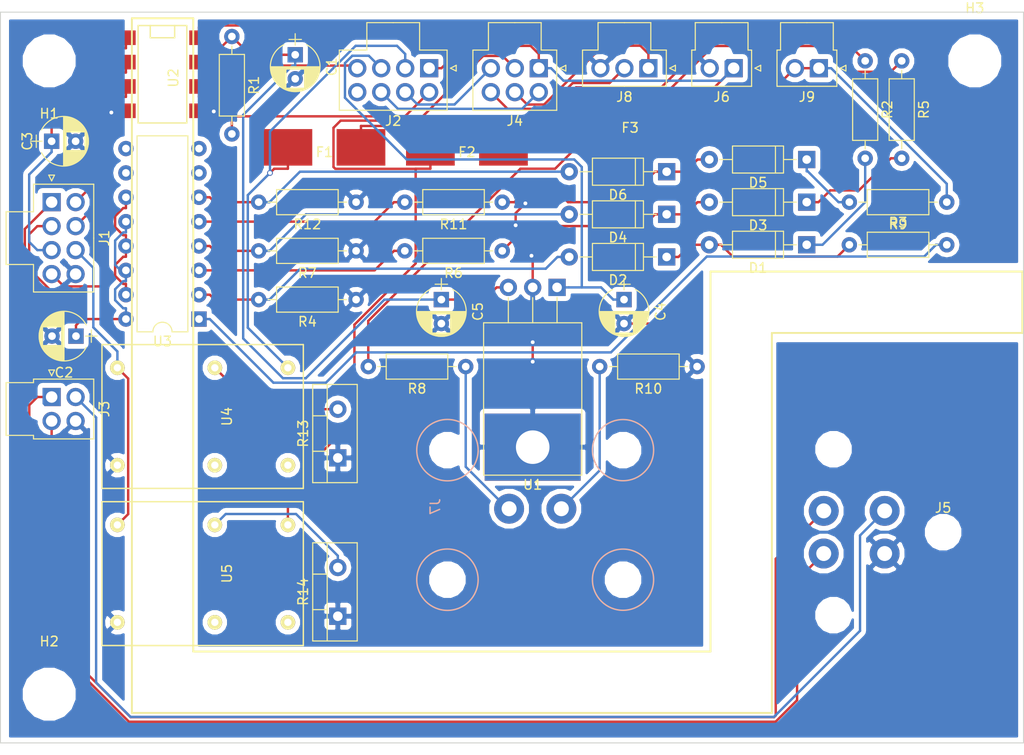
<source format=kicad_pcb>
(kicad_pcb (version 4) (host pcbnew 4.0.7)
  (layers (0 F.Cu signal) (31 B.Cu signal) (34 B.Paste user) (35 F.Paste user) (36 B.SilkS user) (37 F.SilkS user) (38 B.Mask user) (39 F.Mask user) (44 Edge.Cuts user))
  (net 0 "")
  (net 1 /5V_GLV)
  (net 2 GND)
  (net 3 /3.3V_GLV)
  (net 4 /CAN+)
  (net 5 /TS-)
  (net 6 /5V_TS)
  (net 7 "Net-(D1-Pad1)")
  (net 8 "Net-(D1-Pad2)")
  (net 9 "Net-(D2-Pad2)")
  (net 10 "Net-(D3-Pad1)")
  (net 11 "Net-(D3-Pad2)")
  (net 12 "Net-(D4-Pad2)")
  (net 13 "Net-(D5-Pad1)")
  (net 14 "Net-(D5-Pad2)")
  (net 15 "Net-(D6-Pad2)")
  (net 16 "Net-(F1-Pad2)")
  (net 17 /TS+_SWITCHED_L)
  (net 18 "Net-(F2-Pad2)")
  (net 19 /TS+_SWITCHED_R)
  (net 20 /TS+_FUSED)
  (net 21 /TS+)
  (net 22 +12V)
  (net 23 /SIG_TSAL)
  (net 24 /CAN_TX)
  (net 25 /CAN_RX)
  (net 26 /AIRS_FINAL)
  (net 27 /CAN_H_BOARD)
  (net 28 /CAN_L_BOARD)
  (net 29 /CAN_H_CONTROLLER)
  (net 30 /CAN_L_CONTROLLER)
  (net 31 /EM_SIG+)
  (net 32 /EM_SIG-)
  (net 33 /CAN_H_DEBUG)
  (net 34 /CAN_L_DEBUG)
  (net 35 "Net-(J7-Pad1)")
  (net 36 "Net-(J7-Pad2)")
  (net 37 "Net-(R13-Pad2)")
  (net 38 "Net-(R3-Pad2)")
  (net 39 "Net-(R6-Pad2)")
  (net 40 "Net-(R11-Pad2)")
  (net 41 "Net-(R14-Pad2)")
  (module Connectors_Molex:Molex_NanoFit_1x02x2.50mm_Straight (layer F.Cu) (at 196.85 57.15 180)
    (fp_text reference J6 (at 1.25 -3 180) (layer F.SilkS))
    (fp_text value "HV Cable")
    (pad 1 thru_hole rect (at 0 0 180) (size 1.9 1.9) (drill 1.2) (layers *.Cu *.Mask) (net 21 /TS+))
    (pad 2 thru_hole circle (at 2.5 0 180) (size 1.9 1.9) (drill 1.2) (layers *.Cu *.Mask) (net 5 /TS-))
    (pad "" np_thru_hole circle (at 1.25 1.34 180) (size 1.3 1.3) (drill 1.3) (layers *.Cu *.Mask))
  )
  (module TO_SOT_Packages_THT:TO-220-2_Vertical (layer F.Cu) (at 155.575 114.3 90)
    (fp_text reference R14 (at 2.54 -3.62 90) (layer F.SilkS))
    (fp_text value 1K)
    (pad 1 thru_hole rect (at 0 0 90) (size 1.8 1.8) (drill 1) (layers *.Cu *.Mask) (net 5 /TS-))
    (pad 2 thru_hole oval (at 5.08 0 90) (size 1.8 1.8) (drill 1) (layers *.Cu *.Mask) (net 41 "Net-(R14-Pad2)"))
  )
  (module TO_SOT_Packages_THT:TO-220-2_Vertical (layer F.Cu) (at 155.575 97.79 90)
    (fp_text reference R13 (at 2.54 -3.62 90) (layer F.SilkS))
    (fp_text value 1K)
    (pad 1 thru_hole rect (at 0 0 90) (size 1.8 1.8) (drill 1) (layers *.Cu *.Mask) (net 5 /TS-))
    (pad 2 thru_hole oval (at 5.08 0 90) (size 1.8 1.8) (drill 1) (layers *.Cu *.Mask) (net 37 "Net-(R13-Pad2)"))
  )
  (module "FSFootprints:SMD Fuse" (layer F.Cu) (at 154.178 65.405)
    (fp_text reference F1 (at 0 0.5) (layer F.SilkS))
    (fp_text value Fuse)
    (pad 2 smd rect (at 3.81 0) (size 5.08 3.81) (layers F.Cu F.Paste F.Mask) (net 16 "Net-(F1-Pad2)"))
    (pad 1 smd rect (at -3.81 0) (size 5.08 3.81) (layers F.Cu F.Paste F.Mask) (net 17 /TS+_SWITCHED_L))
  )
  (module "FSFootprints:SMD Fuse" (layer F.Cu) (at 169.037 65.405)
    (fp_text reference F2 (at 0 0.5) (layer F.SilkS))
    (fp_text value Fuse)
    (pad 2 smd rect (at 3.81 0) (size 5.08 3.81) (layers F.Cu F.Paste F.Mask) (net 18 "Net-(F2-Pad2)"))
    (pad 1 smd rect (at -3.81 0) (size 5.08 3.81) (layers F.Cu F.Paste F.Mask) (net 19 /TS+_SWITCHED_R))
  )
  (module "FSFootprints:SMD Fuse" (layer F.Cu) (at 186.055 62.865)
    (fp_text reference F3 (at 0 0.5) (layer F.SilkS))
    (fp_text value Fuse)
    (pad 2 smd rect (at 3.81 0) (size 5.08 3.81) (layers F.Cu F.Paste F.Mask) (net 20 /TS+_FUSED))
    (pad 1 smd rect (at -3.81 0) (size 5.08 3.81) (layers F.Cu F.Paste F.Mask) (net 21 /TS+))
  )
  (module Connectors_Molex:Molex_NanoFit_2x04x2.50mm_Straight (layer F.Cu) (at 125.73 71.12 270)
    (fp_text reference J1 (at 3.75 -5.5 270) (layer F.SilkS))
    (fp_text value "To PE LV")
    (pad 1 thru_hole rect (at 0 0 270) (size 1.9 1.9) (drill 1.2) (layers *.Cu *.Mask) (net 22 +12V))
    (pad 2 thru_hole circle (at 2.5 0 270) (size 1.9 1.9) (drill 1.2) (layers *.Cu *.Mask) (net 1 /5V_GLV))
    (pad 3 thru_hole circle (at 5 0 270) (size 1.9 1.9) (drill 1.2) (layers *.Cu *.Mask) (net 3 /3.3V_GLV))
    (pad 4 thru_hole circle (at 7.5 0 270) (size 1.9 1.9) (drill 1.2) (layers *.Cu *.Mask) (net 23 /SIG_TSAL))
    (pad 5 thru_hole circle (at 0 -2.5 270) (size 1.9 1.9) (drill 1.2) (layers *.Cu *.Mask) (net 25 /CAN_RX))
    (pad 6 thru_hole circle (at 2.5 -2.5 270) (size 1.9 1.9) (drill 1.2) (layers *.Cu *.Mask) (net 24 /CAN_TX))
    (pad 7 thru_hole circle (at 5 -2.5 270) (size 1.9 1.9) (drill 1.2) (layers *.Cu *.Mask) (net 26 /AIRS_FINAL))
    (pad 8 thru_hole circle (at 7.5 -2.5 270) (size 1.9 1.9) (drill 1.2) (layers *.Cu *.Mask) (net 2 GND))
    (pad "" np_thru_hole circle (at 3.75 1.34 270) (size 1.3 1.3) (drill 1.3) (layers *.Cu *.Mask))
  )
  (module Connectors_Molex:Molex_NanoFit_2x04x2.50mm_Straight (layer F.Cu) (at 165.1 57.15 180)
    (fp_text reference J2 (at 3.75 -5.5 180) (layer F.SilkS))
    (fp_text value "Left Connector (Master)")
    (pad 1 thru_hole rect (at 0 0 180) (size 1.9 1.9) (drill 1.2) (layers *.Cu *.Mask) (net 21 /TS+))
    (pad 2 thru_hole circle (at 2.5 0 180) (size 1.9 1.9) (drill 1.2) (layers *.Cu *.Mask) (net 17 /TS+_SWITCHED_L))
    (pad 3 thru_hole circle (at 5 0 180) (size 1.9 1.9) (drill 1.2) (layers *.Cu *.Mask) (net 4 /CAN+))
    (pad 4 thru_hole circle (at 7.5 0 180) (size 1.9 1.9) (drill 1.2) (layers *.Cu *.Mask) (net 27 /CAN_H_BOARD))
    (pad 5 thru_hole circle (at 0 -2.5 180) (size 1.9 1.9) (drill 1.2) (layers *.Cu *.Mask) (net 28 /CAN_L_BOARD))
    (pad 6 thru_hole circle (at 2.5 -2.5 180) (size 1.9 1.9) (drill 1.2) (layers *.Cu *.Mask) (net 29 /CAN_H_CONTROLLER))
    (pad 7 thru_hole circle (at 5 -2.5 180) (size 1.9 1.9) (drill 1.2) (layers *.Cu *.Mask) (net 30 /CAN_L_CONTROLLER))
    (pad 8 thru_hole circle (at 7.5 -2.5 180) (size 1.9 1.9) (drill 1.2) (layers *.Cu *.Mask))
    (pad "" np_thru_hole circle (at 3.75 1.34 180) (size 1.3 1.3) (drill 1.3) (layers *.Cu *.Mask))
  )
  (module Connectors_Molex:Molex_NanoFit_2x03x2.50mm_Straight (layer F.Cu) (at 176.53 57.15 180)
    (fp_text reference J4 (at 2.5 -5.5 180) (layer F.SilkS))
    (fp_text value "Right Connector (Slave)")
    (pad 1 thru_hole rect (at 0 0 180) (size 1.9 1.9) (drill 1.2) (layers *.Cu *.Mask) (net 21 /TS+))
    (pad 2 thru_hole circle (at 2.5 0 180) (size 1.9 1.9) (drill 1.2) (layers *.Cu *.Mask) (net 19 /TS+_SWITCHED_R))
    (pad 3 thru_hole circle (at 5 0 180) (size 1.9 1.9) (drill 1.2) (layers *.Cu *.Mask) (net 29 /CAN_H_CONTROLLER))
    (pad 4 thru_hole circle (at 0 -2.5 180) (size 1.9 1.9) (drill 1.2) (layers *.Cu *.Mask) (net 30 /CAN_L_CONTROLLER))
    (pad 5 thru_hole circle (at 2.5 -2.5 180) (size 1.9 1.9) (drill 1.2) (layers *.Cu *.Mask) (net 33 /CAN_H_DEBUG))
    (pad 6 thru_hole circle (at 5 -2.5 180) (size 1.9 1.9) (drill 1.2) (layers *.Cu *.Mask) (net 34 /CAN_L_DEBUG))
    (pad "" np_thru_hole circle (at 1.25 1.34 180) (size 1.3 1.3) (drill 1.3) (layers *.Cu *.Mask))
  )
  (module Connectors_Molex:Molex_NanoFit_1x03x2.50mm_Straight (layer F.Cu) (at 187.96 57.15 180)
    (fp_text reference J8 (at 2.5 -3 180) (layer F.SilkS))
    (fp_text value "HV CAN Debug")
    (pad 1 thru_hole rect (at 0 0 180) (size 1.9 1.9) (drill 1.2) (layers *.Cu *.Mask) (net 33 /CAN_H_DEBUG))
    (pad 2 thru_hole circle (at 2.5 0 180) (size 1.9 1.9) (drill 1.2) (layers *.Cu *.Mask) (net 34 /CAN_L_DEBUG))
    (pad 3 thru_hole circle (at 5 0 180) (size 1.9 1.9) (drill 1.2) (layers *.Cu *.Mask) (net 5 /TS-))
    (pad "" np_thru_hole circle (at 1.25 1.34 180) (size 1.3 1.3) (drill 1.3) (layers *.Cu *.Mask))
  )
  (module Connectors_Molex:Molex_NanoFit_1x02x2.50mm_Straight (layer F.Cu) (at 205.74 57.15 180)
    (fp_text reference J9 (at 1.25 -3 180) (layer F.SilkS))
    (fp_text value "EMeter HV")
    (pad 1 thru_hole rect (at 0 0 180) (size 1.9 1.9) (drill 1.2) (layers *.Cu *.Mask) (net 20 /TS+_FUSED))
    (pad 2 thru_hole circle (at 2.5 0 180) (size 1.9 1.9) (drill 1.2) (layers *.Cu *.Mask) (net 20 /TS+_FUSED))
    (pad "" np_thru_hole circle (at 1.25 1.34 180) (size 1.3 1.3) (drill 1.3) (layers *.Cu *.Mask))
  )
  (module SMD_Packages:DIP-8_SMD (layer F.Cu) (at 137.287 57.785 270)
    (fp_text reference U2 (at 0.381 -1.143 270) (layer F.SilkS))
    (fp_text value ISO1050)
    (pad 1 smd rect (at -3.81 3.81 270) (size 1.524 2.032) (layers F.Cu F.Paste F.Mask) (net 3 /3.3V_GLV))
    (pad 2 smd rect (at -1.27 3.81 270) (size 1.524 2.032) (layers F.Cu F.Paste F.Mask) (net 25 /CAN_RX))
    (pad 3 smd rect (at 1.27 3.81 270) (size 1.524 2.032) (layers F.Cu F.Paste F.Mask) (net 24 /CAN_TX))
    (pad 4 smd rect (at 3.81 3.81 270) (size 1.524 2.032) (layers F.Cu F.Paste F.Mask) (net 2 GND))
    (pad 5 smd rect (at 3.81 -3.81 270) (size 1.524 2.032) (layers F.Cu F.Paste F.Mask) (net 5 /TS-))
    (pad 6 smd rect (at 1.27 -3.81 270) (size 1.524 2.032) (layers F.Cu F.Paste F.Mask) (net 28 /CAN_L_BOARD))
    (pad 7 smd rect (at -1.27 -3.81 270) (size 1.524 2.032) (layers F.Cu F.Paste F.Mask) (net 27 /CAN_H_BOARD))
    (pad 8 smd rect (at -3.81 -3.81 270) (size 1.524 2.032) (layers F.Cu F.Paste F.Mask) (net 6 /5V_TS))
  )
  (module Housings_DIP:DIP-16_W7.62mm (layer F.Cu) (at 141.097 83.312 180)
    (fp_text reference U3 (at 3.81 -2.33 180) (layer F.SilkS))
    (fp_text value PS2501-4)
    (pad 1 thru_hole rect (at 0 0 180) (size 1.6 1.6) (drill 0.8) (layers *.Cu *.Mask) (net 38 "Net-(R3-Pad2)"))
    (pad 9 thru_hole oval (at 7.62 17.78 180) (size 1.6 1.6) (drill 0.8) (layers *.Cu *.Mask))
    (pad 2 thru_hole oval (at 0 2.54 180) (size 1.6 1.6) (drill 0.8) (layers *.Cu *.Mask) (net 9 "Net-(D2-Pad2)"))
    (pad 10 thru_hole oval (at 7.62 15.24 180) (size 1.6 1.6) (drill 0.8) (layers *.Cu *.Mask))
    (pad 3 thru_hole oval (at 0 5.08 180) (size 1.6 1.6) (drill 0.8) (layers *.Cu *.Mask) (net 39 "Net-(R6-Pad2)"))
    (pad 11 thru_hole oval (at 7.62 12.7 180) (size 1.6 1.6) (drill 0.8) (layers *.Cu *.Mask) (net 23 /SIG_TSAL))
    (pad 4 thru_hole oval (at 0 7.62 180) (size 1.6 1.6) (drill 0.8) (layers *.Cu *.Mask) (net 12 "Net-(D4-Pad2)"))
    (pad 12 thru_hole oval (at 7.62 10.16 180) (size 1.6 1.6) (drill 0.8) (layers *.Cu *.Mask) (net 1 /5V_GLV))
    (pad 5 thru_hole oval (at 0 10.16 180) (size 1.6 1.6) (drill 0.8) (layers *.Cu *.Mask) (net 40 "Net-(R11-Pad2)"))
    (pad 13 thru_hole oval (at 7.62 7.62 180) (size 1.6 1.6) (drill 0.8) (layers *.Cu *.Mask) (net 23 /SIG_TSAL))
    (pad 6 thru_hole oval (at 0 12.7 180) (size 1.6 1.6) (drill 0.8) (layers *.Cu *.Mask) (net 15 "Net-(D6-Pad2)"))
    (pad 14 thru_hole oval (at 7.62 5.08 180) (size 1.6 1.6) (drill 0.8) (layers *.Cu *.Mask) (net 1 /5V_GLV))
    (pad 7 thru_hole oval (at 0 15.24 180) (size 1.6 1.6) (drill 0.8) (layers *.Cu *.Mask))
    (pad 15 thru_hole oval (at 7.62 2.54 180) (size 1.6 1.6) (drill 0.8) (layers *.Cu *.Mask) (net 23 /SIG_TSAL))
    (pad 8 thru_hole oval (at 0 17.78 180) (size 1.6 1.6) (drill 0.8) (layers *.Cu *.Mask))
    (pad 16 thru_hole oval (at 7.62 0 180) (size 1.6 1.6) (drill 0.8) (layers *.Cu *.Mask) (net 1 /5V_GLV))
  )
  (module FSFootprints:DK1A1B-12V (layer F.Cu) (at 142.748 93.472 90)
    (fp_text reference U4 (at 0 1.27 90) (layer F.SilkS))
    (fp_text value DK1A1B-12V)
    (pad 1 thru_hole circle (at -5.08 -10.16 90) (size 1.524 1.524) (drill 0.762) (layers *.Cu *.Mask F.SilkS) (net 2 GND))
    (pad 3 thru_hole circle (at -5.08 0 90) (size 1.524 1.524) (drill 0.762) (layers *.Cu *.Mask F.SilkS))
    (pad 4 thru_hole circle (at -5.08 7.62 90) (size 1.524 1.524) (drill 0.762) (layers *.Cu *.Mask F.SilkS))
    (pad 8 thru_hole circle (at 5.08 -10.16 90) (size 1.524 1.524) (drill 0.762) (layers *.Cu *.Mask F.SilkS) (net 26 /AIRS_FINAL))
    (pad 6 thru_hole circle (at 5.08 0 90) (size 1.524 1.524) (drill 0.762) (layers *.Cu *.Mask F.SilkS) (net 37 "Net-(R13-Pad2)"))
    (pad 5 thru_hole circle (at 5.08 7.62 90) (size 1.524 1.524) (drill 0.762) (layers *.Cu *.Mask F.SilkS) (net 17 /TS+_SWITCHED_L))
  )
  (module FSFootprints:DK1A1B-12V (layer F.Cu) (at 142.748 109.855 90)
    (fp_text reference U5 (at 0 1.27 90) (layer F.SilkS))
    (fp_text value DK1A1B-12V)
    (pad 1 thru_hole circle (at -5.08 -10.16 90) (size 1.524 1.524) (drill 0.762) (layers *.Cu *.Mask F.SilkS) (net 2 GND))
    (pad 3 thru_hole circle (at -5.08 0 90) (size 1.524 1.524) (drill 0.762) (layers *.Cu *.Mask F.SilkS))
    (pad 4 thru_hole circle (at -5.08 7.62 90) (size 1.524 1.524) (drill 0.762) (layers *.Cu *.Mask F.SilkS))
    (pad 8 thru_hole circle (at 5.08 -10.16 90) (size 1.524 1.524) (drill 0.762) (layers *.Cu *.Mask F.SilkS) (net 26 /AIRS_FINAL))
    (pad 6 thru_hole circle (at 5.08 0 90) (size 1.524 1.524) (drill 0.762) (layers *.Cu *.Mask F.SilkS) (net 41 "Net-(R14-Pad2)"))
    (pad 5 thru_hole circle (at 5.08 7.62 90) (size 1.524 1.524) (drill 0.762) (layers *.Cu *.Mask F.SilkS) (net 19 /TS+_SWITCHED_R))
  )
  (module FSFootprints:DT13-4P (layer F.Cu) (at 218.694 105.537 180)
    (fp_text reference J5 (at 0 2.54 180) (layer F.SilkS))
    (fp_text value "E-Meter External")
    (pad "" np_thru_hole circle (at 11.43 -8.65 180) (size 2.79 2.79) (drill 2.79) (layers *.Cu *.Mask))
    (pad "" np_thru_hole circle (at 11.43 8.65 180) (size 2.79 2.79) (drill 2.79) (layers *.Cu *.Mask))
    (pad 3 thru_hole circle (at 6.1 2.225 180) (size 3.12 3.12) (drill 1.56) (layers *.Cu *.Mask) (net 32 /EM_SIG-))
    (pad 4 thru_hole circle (at 6.1 -2.225 180) (size 3.12 3.12) (drill 1.56) (layers *.Cu *.Mask) (net 2 GND))
    (pad 2 thru_hole circle (at 12.45 2.225 180) (size 3.12 3.12) (drill 1.56) (layers *.Cu *.Mask) (net 31 /EM_SIG+))
    (pad 1 thru_hole circle (at 12.45 -2.225 180) (size 3.12 3.12) (drill 1.56) (layers *.Cu *.Mask) (net 22 +12V))
    (pad "" np_thru_hole circle (at 0 0 180) (size 2.79 2.79) (drill 2.79) (layers *.Cu *.Mask))
  )
  (module FSFootprints:TO-220-3_Horizontal_HeatSunk (layer F.Cu) (at 178.435 80.01 180)
    (fp_text reference U1 (at 2.54 -20.58 180) (layer F.SilkS))
    (fp_text value L78S05CV-DG)
    (pad 2 thru_hole rect (at 2.54 -16.66 180) (size 10 7) (drill 3.5) (layers *.Cu *.Mask) (net 5 /TS-))
    (pad 1 thru_hole rect (at 0 0 180) (size 1.8 1.8) (drill 1) (layers *.Cu *.Mask) (net 4 /CAN+))
    (pad 2 thru_hole oval (at 2.54 0 180) (size 1.8 1.8) (drill 1) (layers *.Cu *.Mask) (net 5 /TS-))
    (pad 3 thru_hole oval (at 5.08 0 180) (size 1.8 1.8) (drill 1) (layers *.Cu *.Mask) (net 6 /5V_TS))
  )
  (module FSFootprints:DT15-2P (layer B.Cu) (at 167.005 110.49 90)
    (fp_text reference J7 (at 7.62 -1.27 90) (layer B.SilkS) (effects (justify mirror)))
    (fp_text value TSMPs)
    (pad "" np_thru_hole circle (at 13.51 18.31 90) (size 2.79 2.79) (drill 2.79) (layers *.Cu *.Mask))
    (pad "" np_thru_hole circle (at 0 18.31 90) (size 2.79 2.79) (drill 2.79) (layers *.Cu *.Mask))
    (pad "" np_thru_hole circle (at 13.51 0 90) (size 2.79 2.79) (drill 2.79) (layers *.Cu *.Mask))
    (pad 1 thru_hole circle (at 7.4 6.43 90) (size 3.12 3.12) (drill 1.56) (layers *.Cu *.Mask) (net 35 "Net-(J7-Pad1)"))
    (pad 2 thru_hole circle (at 7.4 11.88 90) (size 3.12 3.12) (drill 1.56) (layers *.Cu *.Mask) (net 36 "Net-(J7-Pad2)"))
    (pad "" np_thru_hole circle (at 0 0 90) (size 2.79 2.79) (drill 2.79) (layers *.Cu *.Mask))
  )
  (module Mounting_Holes:MountingHole_4.5mm (layer F.Cu) (at 125.476 56.388 180)
    (fp_text reference H1 (at 0 -5.5 180) (layer F.SilkS))
    (fp_text value MtngHole)
    (pad 1 np_thru_hole circle (at 0 0 180) (size 4.5 4.5) (drill 4.5) (layers *.Cu *.Mask))
  )
  (module Mounting_Holes:MountingHole_4.5mm (layer F.Cu) (at 125.476 122.428)
    (fp_text reference H2 (at 0 -5.5) (layer F.SilkS))
    (fp_text value MtngHole)
    (pad 1 np_thru_hole circle (at 0 0) (size 4.5 4.5) (drill 4.5) (layers *.Cu *.Mask))
  )
  (module Capacitors_THT:CP_Radial_D5.0mm_P2.50mm (layer F.Cu) (at 151.13 55.753 270)
    (fp_text reference C1 (at 1.25 -3.81 270) (layer F.SilkS))
    (fp_text value CP)
    (pad 1 thru_hole rect (at 0 0 270) (size 1.6 1.6) (drill 0.8) (layers *.Cu *.Mask) (net 6 /5V_TS))
    (pad 2 thru_hole circle (at 2.5 0 270) (size 1.6 1.6) (drill 0.8) (layers *.Cu *.Mask) (net 5 /TS-))
  )
  (module Capacitors_THT:CP_Radial_D5.0mm_P2.50mm (layer F.Cu) (at 128.27 85.09 180)
    (fp_text reference C2 (at 1.25 -3.81 180) (layer F.SilkS))
    (fp_text value C)
    (pad 1 thru_hole rect (at 0 0 180) (size 1.6 1.6) (drill 0.8) (layers *.Cu *.Mask) (net 1 /5V_GLV))
    (pad 2 thru_hole circle (at 2.5 0 180) (size 1.6 1.6) (drill 0.8) (layers *.Cu *.Mask) (net 2 GND))
  )
  (module Capacitors_THT:CP_Radial_D5.0mm_P2.50mm (layer F.Cu) (at 125.73 64.77)
    (fp_text reference C3 (at -2.54 0 90) (layer F.SilkS))
    (fp_text value C)
    (pad 1 thru_hole rect (at 0 0) (size 1.6 1.6) (drill 0.8) (layers *.Cu *.Mask) (net 3 /3.3V_GLV))
    (pad 2 thru_hole circle (at 2.5 0) (size 1.6 1.6) (drill 0.8) (layers *.Cu *.Mask) (net 2 GND))
  )
  (module Capacitors_THT:CP_Radial_D5.0mm_P2.50mm (layer F.Cu) (at 185.42 81.28 270)
    (fp_text reference C4 (at 1.25 -3.81 270) (layer F.SilkS))
    (fp_text value CP)
    (pad 1 thru_hole rect (at 0 0 270) (size 1.6 1.6) (drill 0.8) (layers *.Cu *.Mask) (net 4 /CAN+))
    (pad 2 thru_hole circle (at 2.5 0 270) (size 1.6 1.6) (drill 0.8) (layers *.Cu *.Mask) (net 5 /TS-))
  )
  (module Capacitors_THT:CP_Radial_D5.0mm_P2.50mm (layer F.Cu) (at 166.37 81.28 270)
    (fp_text reference C5 (at 1.25 -3.81 270) (layer F.SilkS))
    (fp_text value CP)
    (pad 1 thru_hole rect (at 0 0 270) (size 1.6 1.6) (drill 0.8) (layers *.Cu *.Mask) (net 6 /5V_TS))
    (pad 2 thru_hole circle (at 2.5 0 270) (size 1.6 1.6) (drill 0.8) (layers *.Cu *.Mask) (net 5 /TS-))
  )
  (module Connectors_Molex:Molex_NanoFit_2x02x2.50mm_Straight (layer F.Cu) (at 125.73 91.44 270)
    (fp_text reference J3 (at 1.25 -5.5 270) (layer F.SilkS))
    (fp_text value "E-Meter Internal")
    (pad 1 thru_hole rect (at 0 0 270) (size 1.9 1.9) (drill 1.2) (layers *.Cu *.Mask) (net 22 +12V))
    (pad 2 thru_hole circle (at 2.5 0 270) (size 1.9 1.9) (drill 1.2) (layers *.Cu *.Mask) (net 31 /EM_SIG+))
    (pad 3 thru_hole circle (at 0 -2.5 270) (size 1.9 1.9) (drill 1.2) (layers *.Cu *.Mask) (net 32 /EM_SIG-))
    (pad 4 thru_hole circle (at 2.5 -2.5 270) (size 1.9 1.9) (drill 1.2) (layers *.Cu *.Mask) (net 2 GND))
    (pad "" np_thru_hole circle (at 1.25 1.34 270) (size 1.3 1.3) (drill 1.3) (layers *.Cu *.Mask))
  )
  (module Diodes_THT:D_A-405_P10.16mm_Horizontal (layer F.Cu) (at 204.47 75.565 180)
    (fp_text reference D1 (at 5.08 -2.41 180) (layer F.SilkS))
    (fp_text value "48V Zener")
    (pad 1 thru_hole rect (at 0 0 180) (size 1.8 1.8) (drill 0.9) (layers *.Cu *.Mask) (net 7 "Net-(D1-Pad1)"))
    (pad 2 thru_hole oval (at 10.16 0 180) (size 1.8 1.8) (drill 0.9) (layers *.Cu *.Mask) (net 8 "Net-(D1-Pad2)"))
  )
  (module Diodes_THT:D_A-405_P10.16mm_Horizontal (layer F.Cu) (at 189.865 76.835 180)
    (fp_text reference D2 (at 5.08 -2.41 180) (layer F.SilkS))
    (fp_text value "12V Zener")
    (pad 1 thru_hole rect (at 0 0 180) (size 1.8 1.8) (drill 0.9) (layers *.Cu *.Mask) (net 8 "Net-(D1-Pad2)"))
    (pad 2 thru_hole oval (at 10.16 0 180) (size 1.8 1.8) (drill 0.9) (layers *.Cu *.Mask) (net 9 "Net-(D2-Pad2)"))
  )
  (module Diodes_THT:D_A-405_P10.16mm_Horizontal (layer F.Cu) (at 204.47 71.12 180)
    (fp_text reference D3 (at 5.08 -2.41 180) (layer F.SilkS))
    (fp_text value "48V Zener")
    (pad 1 thru_hole rect (at 0 0 180) (size 1.8 1.8) (drill 0.9) (layers *.Cu *.Mask) (net 10 "Net-(D3-Pad1)"))
    (pad 2 thru_hole oval (at 10.16 0 180) (size 1.8 1.8) (drill 0.9) (layers *.Cu *.Mask) (net 11 "Net-(D3-Pad2)"))
  )
  (module Diodes_THT:D_A-405_P10.16mm_Horizontal (layer F.Cu) (at 189.865 72.39 180)
    (fp_text reference D4 (at 5.08 -2.41 180) (layer F.SilkS))
    (fp_text value "12V Zener")
    (pad 1 thru_hole rect (at 0 0 180) (size 1.8 1.8) (drill 0.9) (layers *.Cu *.Mask) (net 11 "Net-(D3-Pad2)"))
    (pad 2 thru_hole oval (at 10.16 0 180) (size 1.8 1.8) (drill 0.9) (layers *.Cu *.Mask) (net 12 "Net-(D4-Pad2)"))
  )
  (module Diodes_THT:D_A-405_P10.16mm_Horizontal (layer F.Cu) (at 204.47 66.675 180)
    (fp_text reference D5 (at 5.08 -2.41 180) (layer F.SilkS))
    (fp_text value "48V Zener")
    (pad 1 thru_hole rect (at 0 0 180) (size 1.8 1.8) (drill 0.9) (layers *.Cu *.Mask) (net 13 "Net-(D5-Pad1)"))
    (pad 2 thru_hole oval (at 10.16 0 180) (size 1.8 1.8) (drill 0.9) (layers *.Cu *.Mask) (net 14 "Net-(D5-Pad2)"))
  )
  (module Diodes_THT:D_A-405_P10.16mm_Horizontal (layer F.Cu) (at 189.865 67.945 180)
    (fp_text reference D6 (at 5.08 -2.41 180) (layer F.SilkS))
    (fp_text value "12V Zener")
    (pad 1 thru_hole rect (at 0 0 180) (size 1.8 1.8) (drill 0.9) (layers *.Cu *.Mask) (net 14 "Net-(D5-Pad2)"))
    (pad 2 thru_hole oval (at 10.16 0 180) (size 1.8 1.8) (drill 0.9) (layers *.Cu *.Mask) (net 15 "Net-(D6-Pad2)"))
  )
  (module Resistors_THT:R_Axial_DIN0207_L6.3mm_D2.5mm_P10.16mm_Horizontal (layer F.Cu) (at 144.526 53.848 270)
    (fp_text reference R1 (at 5.08 -2.31 270) (layer F.SilkS))
    (fp_text value 120)
    (pad 1 thru_hole circle (at 0 0 270) (size 1.6 1.6) (drill 0.8) (layers *.Cu *.Mask) (net 27 /CAN_H_BOARD))
    (pad 2 thru_hole oval (at 10.16 0 270) (size 1.6 1.6) (drill 0.8) (layers *.Cu *.Mask) (net 28 /CAN_L_BOARD))
  )
  (module Resistors_THT:R_Axial_DIN0207_L6.3mm_D2.5mm_P10.16mm_Horizontal (layer F.Cu) (at 210.566 56.388 270)
    (fp_text reference R2 (at 5.08 -2.31 270) (layer F.SilkS))
    (fp_text value R)
    (pad 1 thru_hole circle (at 0 0 270) (size 1.6 1.6) (drill 0.8) (layers *.Cu *.Mask) (net 16 "Net-(F1-Pad2)"))
    (pad 2 thru_hole oval (at 10.16 0 270) (size 1.6 1.6) (drill 0.8) (layers *.Cu *.Mask) (net 7 "Net-(D1-Pad1)"))
  )
  (module Resistors_THT:R_Axial_DIN0207_L6.3mm_D2.5mm_P10.16mm_Horizontal (layer F.Cu) (at 208.915 75.565)
    (fp_text reference R3 (at 5.08 -2.31) (layer F.SilkS))
    (fp_text value 1.2kR)
    (pad 1 thru_hole circle (at 0 0) (size 1.6 1.6) (drill 0.8) (layers *.Cu *.Mask) (net 8 "Net-(D1-Pad2)"))
    (pad 2 thru_hole oval (at 10.16 0) (size 1.6 1.6) (drill 0.8) (layers *.Cu *.Mask) (net 38 "Net-(R3-Pad2)"))
  )
  (module Resistors_THT:R_Axial_DIN0207_L6.3mm_D2.5mm_P10.16mm_Horizontal (layer F.Cu) (at 157.48 81.28 180)
    (fp_text reference R4 (at 5.08 -2.31 180) (layer F.SilkS))
    (fp_text value 3kR)
    (pad 1 thru_hole circle (at 0 0 180) (size 1.6 1.6) (drill 0.8) (layers *.Cu *.Mask) (net 5 /TS-))
    (pad 2 thru_hole oval (at 10.16 0 180) (size 1.6 1.6) (drill 0.8) (layers *.Cu *.Mask) (net 9 "Net-(D2-Pad2)"))
  )
  (module Resistors_THT:R_Axial_DIN0207_L6.3mm_D2.5mm_P10.16mm_Horizontal (layer F.Cu) (at 214.376 56.388 270)
    (fp_text reference R5 (at 5.08 -2.31 270) (layer F.SilkS))
    (fp_text value R)
    (pad 1 thru_hole circle (at 0 0 270) (size 1.6 1.6) (drill 0.8) (layers *.Cu *.Mask) (net 18 "Net-(F2-Pad2)"))
    (pad 2 thru_hole oval (at 10.16 0 270) (size 1.6 1.6) (drill 0.8) (layers *.Cu *.Mask) (net 10 "Net-(D3-Pad1)"))
  )
  (module Resistors_THT:R_Axial_DIN0207_L6.3mm_D2.5mm_P10.16mm_Horizontal (layer F.Cu) (at 172.72 76.2 180)
    (fp_text reference R6 (at 5.08 -2.31 180) (layer F.SilkS))
    (fp_text value 1.2kR)
    (pad 1 thru_hole circle (at 0 0 180) (size 1.6 1.6) (drill 0.8) (layers *.Cu *.Mask) (net 11 "Net-(D3-Pad2)"))
    (pad 2 thru_hole oval (at 10.16 0 180) (size 1.6 1.6) (drill 0.8) (layers *.Cu *.Mask) (net 39 "Net-(R6-Pad2)"))
  )
  (module Resistors_THT:R_Axial_DIN0207_L6.3mm_D2.5mm_P10.16mm_Horizontal (layer F.Cu) (at 157.48 76.2 180)
    (fp_text reference R7 (at 5.08 -2.31 180) (layer F.SilkS))
    (fp_text value 3kR)
    (pad 1 thru_hole circle (at 0 0 180) (size 1.6 1.6) (drill 0.8) (layers *.Cu *.Mask) (net 5 /TS-))
    (pad 2 thru_hole oval (at 10.16 0 180) (size 1.6 1.6) (drill 0.8) (layers *.Cu *.Mask) (net 12 "Net-(D4-Pad2)"))
  )
  (module Resistors_THT:R_Axial_DIN0207_L6.3mm_D2.5mm_P10.16mm_Horizontal (layer F.Cu) (at 168.91 88.265 180)
    (fp_text reference R8 (at 5.08 -2.31 180) (layer F.SilkS))
    (fp_text value 5kR)
    (pad 1 thru_hole circle (at 0 0 180) (size 1.6 1.6) (drill 0.8) (layers *.Cu *.Mask) (net 35 "Net-(J7-Pad1)"))
    (pad 2 thru_hole oval (at 10.16 0 180) (size 1.6 1.6) (drill 0.8) (layers *.Cu *.Mask) (net 20 /TS+_FUSED))
  )
  (module Resistors_THT:R_Axial_DIN0207_L6.3mm_D2.5mm_P10.16mm_Horizontal (layer F.Cu) (at 219.075 71.12 180)
    (fp_text reference R9 (at 5.08 -2.31 180) (layer F.SilkS))
    (fp_text value R)
    (pad 1 thru_hole circle (at 0 0 180) (size 1.6 1.6) (drill 0.8) (layers *.Cu *.Mask) (net 20 /TS+_FUSED))
    (pad 2 thru_hole oval (at 10.16 0 180) (size 1.6 1.6) (drill 0.8) (layers *.Cu *.Mask) (net 13 "Net-(D5-Pad1)"))
  )
  (module Resistors_THT:R_Axial_DIN0207_L6.3mm_D2.5mm_P10.16mm_Horizontal (layer F.Cu) (at 193.04 88.265 180)
    (fp_text reference R10 (at 5.08 -2.31 180) (layer F.SilkS))
    (fp_text value 5kR)
    (pad 1 thru_hole circle (at 0 0 180) (size 1.6 1.6) (drill 0.8) (layers *.Cu *.Mask) (net 5 /TS-))
    (pad 2 thru_hole oval (at 10.16 0 180) (size 1.6 1.6) (drill 0.8) (layers *.Cu *.Mask) (net 36 "Net-(J7-Pad2)"))
  )
  (module Resistors_THT:R_Axial_DIN0207_L6.3mm_D2.5mm_P10.16mm_Horizontal (layer F.Cu) (at 172.72 71.12 180)
    (fp_text reference R11 (at 5.08 -2.31 180) (layer F.SilkS))
    (fp_text value 1.2kR)
    (pad 1 thru_hole circle (at 0 0 180) (size 1.6 1.6) (drill 0.8) (layers *.Cu *.Mask) (net 14 "Net-(D5-Pad2)"))
    (pad 2 thru_hole oval (at 10.16 0 180) (size 1.6 1.6) (drill 0.8) (layers *.Cu *.Mask) (net 40 "Net-(R11-Pad2)"))
  )
  (module Resistors_THT:R_Axial_DIN0207_L6.3mm_D2.5mm_P10.16mm_Horizontal (layer F.Cu) (at 157.48 71.12 180)
    (fp_text reference R12 (at 5.08 -2.31 180) (layer F.SilkS))
    (fp_text value 3kR)
    (pad 1 thru_hole circle (at 0 0 180) (size 1.6 1.6) (drill 0.8) (layers *.Cu *.Mask) (net 5 /TS-))
    (pad 2 thru_hole oval (at 10.16 0 180) (size 1.6 1.6) (drill 0.8) (layers *.Cu *.Mask) (net 15 "Net-(D6-Pad2)"))
  )
  (module Mounting_Holes:MountingHole_4.5mm (layer F.Cu) (at 221.996 56.388)
    (fp_text reference H3 (at 0 -5.5) (layer F.SilkS))
    (fp_text value MtngHole)
    (pad 1 np_thru_hole circle (at 0 0) (size 4.5 4.5) (drill 4.5) (layers *.Cu *.Mask))
  )
  (gr_line (start 120.396 51.308) (end 120.396 127.508) (angle 90) (layer Edge.Cuts) (width 0.1))
  (gr_line (start 227.076 51.308) (end 227.076 127.508) (angle 90) (layer Edge.Cuts) (width 0.1))
  (gr_line (start 120.396 51.308) (end 227.076 51.308) (angle 90) (layer Edge.Cuts) (width 0.1))
  (gr_line (start 227.076 127.508) (end 120.396 127.508) (angle 90) (layer Edge.Cuts) (width 0.1))
  (gr_line (start 140.5 51.943) (end 134.1 51.943) (angle 90) (layer F.SilkS) (width 0.2))
  (gr_line (start 134.1 124.383) (end 134.1 51.943) (angle 90) (layer F.SilkS) (width 0.2))
  (gr_line (start 200.837 124.383) (end 134.1 124.383) (angle 90) (layer F.SilkS) (width 0.2))
  (gr_line (start 200.837 84.759) (end 200.837 124.383) (angle 90) (layer F.SilkS) (width 0.2))
  (gr_line (start 226.949 84.759) (end 200.837 84.759) (angle 90) (layer F.SilkS) (width 0.2))
  (gr_line (start 226.949 78.359) (end 226.949 84.759) (angle 90) (layer F.SilkS) (width 0.2))
  (gr_line (start 194.437 78.359) (end 226.949 78.359) (angle 90) (layer F.SilkS) (width 0.2))
  (gr_line (start 194.437 117.983) (end 194.437 78.359) (angle 90) (layer F.SilkS) (width 0.2))
  (gr_line (start 140.5 117.983) (end 194.437 117.983) (angle 90) (layer F.SilkS) (width 0.2))
  (gr_line (start 140.5 51.943) (end 140.5 117.983) (angle 90) (layer F.SilkS) (width 0.2))
  (segment (start 133.477 83.312) (end 132.9144 83.312) (width 0.25) (layer F.Cu) (net 1))
  (segment (start 128.6151 83.6196) (end 128.6151 83.312) (width 0.25) (layer F.Cu) (net 1))
  (segment (start 128.27 83.9647) (end 128.6151 83.6196) (width 0.25) (layer F.Cu) (net 1))
  (segment (start 132.9144 83.312) (end 128.6151 83.312) (width 0.25) (layer F.Cu) (net 1))
  (segment (start 124.2429 73.62) (end 125.73 73.62) (width 0.25) (layer F.Cu) (net 1))
  (segment (start 123.3871 74.4758) (end 124.2429 73.62) (width 0.25) (layer F.Cu) (net 1))
  (segment (start 123.3871 78.084) (end 123.3871 74.4758) (width 0.25) (layer F.Cu) (net 1))
  (segment (start 128.6151 83.312) (end 123.3871 78.084) (width 0.25) (layer F.Cu) (net 1))
  (segment (start 128.27 85.09) (end 128.27 83.9647) (width 0.25) (layer F.Cu) (net 1))
  (segment (start 133.1956 79.3573) (end 133.477 79.3573) (width 0.25) (layer B.Cu) (net 1))
  (segment (start 132.3517 80.2012) (end 133.1956 79.3573) (width 0.25) (layer B.Cu) (net 1))
  (segment (start 132.3517 81.3427) (end 132.3517 80.2012) (width 0.25) (layer B.Cu) (net 1))
  (segment (start 133.1957 82.1867) (end 132.3517 81.3427) (width 0.25) (layer B.Cu) (net 1))
  (segment (start 133.477 82.1867) (end 133.1957 82.1867) (width 0.25) (layer B.Cu) (net 1))
  (segment (start 133.477 83.312) (end 133.477 82.1867) (width 0.25) (layer B.Cu) (net 1))
  (segment (start 133.477 78.232) (end 133.477 78.7946) (width 0.25) (layer B.Cu) (net 1))
  (segment (start 133.477 78.7946) (end 133.477 79.3573) (width 0.25) (layer B.Cu) (net 1))
  (segment (start 133.1956 74.2773) (end 133.477 74.2773) (width 0.25) (layer B.Cu) (net 1))
  (segment (start 132.3517 75.1212) (end 133.1956 74.2773) (width 0.25) (layer B.Cu) (net 1))
  (segment (start 132.3517 77.6693) (end 132.3517 75.1212) (width 0.25) (layer B.Cu) (net 1))
  (segment (start 133.477 78.7946) (end 132.3517 77.6693) (width 0.25) (layer B.Cu) (net 1))
  (segment (start 133.477 73.152) (end 133.477 74.2773) (width 0.25) (layer B.Cu) (net 1))
  (via (at 131.958 61.7727) (size 0.6) (layers F.Cu B.Cu) (net 2))
  (segment (start 133.477 61.595) (end 132.1357 61.595) (width 0.25) (layer F.Cu) (net 2))
  (segment (start 131.958 61.7727) (end 132.1357 61.595) (width 0.25) (layer F.Cu) (net 2))
  (segment (start 132.6615 55.0623) (end 133.477 55.0623) (width 0.25) (layer F.Cu) (net 3))
  (segment (start 125.73 61.9938) (end 132.6615 55.0623) (width 0.25) (layer F.Cu) (net 3))
  (segment (start 125.73 64.77) (end 125.73 61.9938) (width 0.25) (layer F.Cu) (net 3))
  (segment (start 133.477 53.975) (end 133.477 55.0623) (width 0.25) (layer F.Cu) (net 3))
  (segment (start 124.2429 76.12) (end 125.73 76.12) (width 0.25) (layer B.Cu) (net 3))
  (segment (start 123.3871 75.2642) (end 124.2429 76.12) (width 0.25) (layer B.Cu) (net 3))
  (segment (start 123.3871 68.2382) (end 123.3871 75.2642) (width 0.25) (layer B.Cu) (net 3))
  (segment (start 125.73 65.8953) (end 123.3871 68.2382) (width 0.25) (layer B.Cu) (net 3))
  (segment (start 125.73 64.77) (end 125.73 65.8953) (width 0.25) (layer B.Cu) (net 3))
  (segment (start 178.435 80.01) (end 179.6603 80.01) (width 0.25) (layer B.Cu) (net 4))
  (segment (start 185.42 81.28) (end 184.2947 81.28) (width 0.25) (layer B.Cu) (net 4))
  (segment (start 181.0133 67.4564) (end 181.0133 80.01) (width 0.25) (layer B.Cu) (net 4))
  (segment (start 180.2263 66.6694) (end 181.0133 67.4564) (width 0.25) (layer B.Cu) (net 4))
  (segment (start 162.7571 66.6694) (end 180.2263 66.6694) (width 0.25) (layer B.Cu) (net 4))
  (segment (start 156.32 60.2323) (end 162.7571 66.6694) (width 0.25) (layer B.Cu) (net 4))
  (segment (start 156.32 56.6197) (end 156.32 60.2323) (width 0.25) (layer B.Cu) (net 4))
  (segment (start 157.0872 55.8525) (end 156.32 56.6197) (width 0.25) (layer B.Cu) (net 4))
  (segment (start 158.8025 55.8525) (end 157.0872 55.8525) (width 0.25) (layer B.Cu) (net 4))
  (segment (start 160.1 57.15) (end 158.8025 55.8525) (width 0.25) (layer B.Cu) (net 4))
  (segment (start 183.0247 80.01) (end 181.0133 80.01) (width 0.25) (layer B.Cu) (net 4))
  (segment (start 184.2947 81.28) (end 183.0247 80.01) (width 0.25) (layer B.Cu) (net 4))
  (segment (start 181.0133 80.01) (end 179.6603 80.01) (width 0.25) (layer B.Cu) (net 4))
  (segment (start 175.895 80.01) (end 175.895 76.835) (width 0.25) (layer F.Cu) (net 5))
  (segment (start 174.117 75.057) (end 174.117 73.533) (width 0.25) (layer B.Cu) (net 5))
  (segment (start 175.768 76.708) (end 174.117 75.057) (width 0.25) (layer B.Cu) (net 5))
  (via (at 175.768 76.708) (size 0.8) (drill 0.4) (layers F.Cu B.Cu) (net 5))
  (segment (start 175.895 76.835) (end 175.768 76.708) (width 0.25) (layer F.Cu) (net 5))
  (segment (start 157.48 71.12) (end 157.607 71.12) (width 0.25) (layer B.Cu) (net 5))
  (segment (start 157.607 71.12) (end 159.512 69.215) (width 0.25) (layer B.Cu) (net 5))
  (via (at 174.117 73.533) (size 0.8) (drill 0.4) (layers F.Cu B.Cu) (net 5))
  (segment (start 174.117 72.263) (end 174.117 73.533) (width 0.25) (layer F.Cu) (net 5))
  (segment (start 175.133 71.247) (end 174.117 72.263) (width 0.25) (layer F.Cu) (net 5))
  (via (at 175.133 71.247) (size 0.8) (drill 0.4) (layers F.Cu B.Cu) (net 5))
  (segment (start 175.133 70.358) (end 175.133 71.247) (width 0.25) (layer B.Cu) (net 5))
  (segment (start 173.99 69.215) (end 175.133 70.358) (width 0.25) (layer B.Cu) (net 5))
  (segment (start 159.512 69.215) (end 173.99 69.215) (width 0.25) (layer B.Cu) (net 5))
  (segment (start 174.117 73.533) (end 173.99 73.406) (width 0.25) (layer B.Cu) (net 5))
  (segment (start 160.274 73.406) (end 157.48 76.2) (width 0.25) (layer B.Cu) (net 5))
  (segment (start 173.99 73.406) (end 160.274 73.406) (width 0.25) (layer B.Cu) (net 5))
  (segment (start 175.895 96.67) (end 175.895 87.757) (width 0.25) (layer B.Cu) (net 5))
  (segment (start 175.895 85.725) (end 175.895 80.01) (width 0.25) (layer B.Cu) (net 5))
  (via (at 175.895 85.725) (size 0.8) (drill 0.4) (layers F.Cu B.Cu) (net 5))
  (segment (start 175.895 87.757) (end 175.895 85.725) (width 0.25) (layer F.Cu) (net 5))
  (via (at 175.895 87.757) (size 0.8) (drill 0.4) (layers F.Cu B.Cu) (net 5))
  (segment (start 185.42 83.78) (end 188.555 83.78) (width 0.25) (layer F.Cu) (net 5))
  (segment (start 188.555 83.78) (end 193.04 88.265) (width 0.25) (layer F.Cu) (net 5))
  (via (at 142.6362 61.6604) (size 0.6) (layers F.Cu B.Cu) (net 5))
  (segment (start 141.097 61.595) (end 142.4383 61.595) (width 0.25) (layer F.Cu) (net 5))
  (segment (start 142.5037 61.6604) (end 142.4383 61.595) (width 0.25) (layer F.Cu) (net 5))
  (segment (start 142.6362 61.6604) (end 142.5037 61.6604) (width 0.25) (layer F.Cu) (net 5))
  (segment (start 170.8597 81.28) (end 172.1297 80.01) (width 0.25) (layer F.Cu) (net 6))
  (segment (start 166.37 81.28) (end 170.8597 81.28) (width 0.25) (layer F.Cu) (net 6))
  (segment (start 173.355 80.01) (end 172.1297 80.01) (width 0.25) (layer F.Cu) (net 6))
  (segment (start 151.13 55.753) (end 150.0047 55.753) (width 0.25) (layer F.Cu) (net 6))
  (segment (start 141.097 53.975) (end 141.097 52.8877) (width 0.25) (layer F.Cu) (net 6))
  (segment (start 149.3506 55.753) (end 150.0047 55.753) (width 0.25) (layer F.Cu) (net 6))
  (segment (start 146.2921 52.6945) (end 149.3506 55.753) (width 0.25) (layer F.Cu) (net 6))
  (segment (start 141.2902 52.6945) (end 146.2921 52.6945) (width 0.25) (layer F.Cu) (net 6))
  (segment (start 141.097 52.8877) (end 141.2902 52.6945) (width 0.25) (layer F.Cu) (net 6))
  (segment (start 150.8487 56.8783) (end 151.13 56.8783) (width 0.25) (layer B.Cu) (net 6))
  (segment (start 145.7036 62.0234) (end 150.8487 56.8783) (width 0.25) (layer B.Cu) (net 6))
  (segment (start 145.7036 85.333) (end 145.7036 62.0234) (width 0.25) (layer B.Cu) (net 6))
  (segment (start 149.8499 89.4793) (end 145.7036 85.333) (width 0.25) (layer B.Cu) (net 6))
  (segment (start 152.2345 89.4793) (end 149.8499 89.4793) (width 0.25) (layer B.Cu) (net 6))
  (segment (start 160.4338 81.28) (end 152.2345 89.4793) (width 0.25) (layer B.Cu) (net 6))
  (segment (start 166.37 81.28) (end 160.4338 81.28) (width 0.25) (layer B.Cu) (net 6))
  (segment (start 151.13 55.753) (end 151.13 56.8783) (width 0.25) (layer B.Cu) (net 6))
  (segment (start 206.116 75.565) (end 204.47 75.565) (width 0.25) (layer B.Cu) (net 7))
  (segment (start 210.566 71.115) (end 206.116 75.565) (width 0.25) (layer B.Cu) (net 7))
  (segment (start 210.566 66.548) (end 210.566 71.115) (width 0.25) (layer B.Cu) (net 7))
  (segment (start 194.31 75.565) (end 195.5353 75.565) (width 0.25) (layer F.Cu) (net 8))
  (segment (start 192.3603 75.565) (end 194.31 75.565) (width 0.25) (layer F.Cu) (net 8))
  (segment (start 191.0903 76.835) (end 192.3603 75.565) (width 0.25) (layer F.Cu) (net 8))
  (segment (start 189.865 76.835) (end 191.0903 76.835) (width 0.25) (layer F.Cu) (net 8))
  (segment (start 196.7606 76.7903) (end 195.5353 75.565) (width 0.25) (layer F.Cu) (net 8))
  (segment (start 207.6897 76.7903) (end 196.7606 76.7903) (width 0.25) (layer F.Cu) (net 8))
  (segment (start 208.915 75.565) (end 207.6897 76.7903) (width 0.25) (layer F.Cu) (net 8))
  (segment (start 142.7303 81.28) (end 142.2223 80.772) (width 0.25) (layer F.Cu) (net 9))
  (segment (start 147.32 81.28) (end 142.7303 81.28) (width 0.25) (layer F.Cu) (net 9))
  (segment (start 141.097 80.772) (end 142.2223 80.772) (width 0.25) (layer F.Cu) (net 9))
  (segment (start 177.2544 78.0603) (end 178.4797 76.835) (width 0.25) (layer B.Cu) (net 9))
  (segment (start 151.665 78.0603) (end 177.2544 78.0603) (width 0.25) (layer B.Cu) (net 9))
  (segment (start 148.4453 81.28) (end 151.665 78.0603) (width 0.25) (layer B.Cu) (net 9))
  (segment (start 147.32 81.28) (end 148.4453 81.28) (width 0.25) (layer B.Cu) (net 9))
  (segment (start 179.705 76.835) (end 178.4797 76.835) (width 0.25) (layer B.Cu) (net 9))
  (segment (start 206.9206 69.8947) (end 205.6953 71.12) (width 0.25) (layer F.Cu) (net 10))
  (segment (start 209.904 69.8947) (end 206.9206 69.8947) (width 0.25) (layer F.Cu) (net 10))
  (segment (start 213.2507 66.548) (end 209.904 69.8947) (width 0.25) (layer F.Cu) (net 10))
  (segment (start 214.376 66.548) (end 213.2507 66.548) (width 0.25) (layer F.Cu) (net 10))
  (segment (start 204.47 71.12) (end 205.6953 71.12) (width 0.25) (layer F.Cu) (net 10))
  (segment (start 191.8147 72.39) (end 193.0847 71.12) (width 0.25) (layer F.Cu) (net 11))
  (segment (start 189.865 72.39) (end 191.8147 72.39) (width 0.25) (layer F.Cu) (net 11))
  (segment (start 194.31 71.12) (end 193.0847 71.12) (width 0.25) (layer F.Cu) (net 11))
  (segment (start 187.4144 73.6153) (end 188.6397 72.39) (width 0.25) (layer F.Cu) (net 11))
  (segment (start 175.3047 73.6153) (end 187.4144 73.6153) (width 0.25) (layer F.Cu) (net 11))
  (segment (start 172.72 76.2) (end 175.3047 73.6153) (width 0.25) (layer F.Cu) (net 11))
  (segment (start 189.865 72.39) (end 188.6397 72.39) (width 0.25) (layer F.Cu) (net 11))
  (segment (start 142.7303 76.2) (end 142.2223 75.692) (width 0.25) (layer F.Cu) (net 12))
  (segment (start 147.32 76.2) (end 142.7303 76.2) (width 0.25) (layer F.Cu) (net 12))
  (segment (start 141.097 75.692) (end 142.2223 75.692) (width 0.25) (layer F.Cu) (net 12))
  (segment (start 152.2553 72.39) (end 148.4453 76.2) (width 0.25) (layer B.Cu) (net 12))
  (segment (start 179.705 72.39) (end 152.2553 72.39) (width 0.25) (layer B.Cu) (net 12))
  (segment (start 147.32 76.2) (end 148.4453 76.2) (width 0.25) (layer B.Cu) (net 12))
  (segment (start 204.57 67.9003) (end 204.47 67.9003) (width 0.25) (layer B.Cu) (net 13))
  (segment (start 207.7897 71.12) (end 204.57 67.9003) (width 0.25) (layer B.Cu) (net 13))
  (segment (start 208.915 71.12) (end 207.7897 71.12) (width 0.25) (layer B.Cu) (net 13))
  (segment (start 204.47 66.675) (end 204.47 67.9003) (width 0.25) (layer B.Cu) (net 13))
  (segment (start 173.99 71.12) (end 175.006 70.104) (width 0.25) (layer F.Cu) (net 14))
  (segment (start 179.578 71.12) (end 179.832 71.12) (width 0.25) (layer F.Cu) (net 14))
  (segment (start 178.562 70.104) (end 179.578 71.12) (width 0.25) (layer F.Cu) (net 14))
  (segment (start 175.006 70.104) (end 178.562 70.104) (width 0.25) (layer F.Cu) (net 14))
  (segment (start 191.8147 67.945) (end 193.0847 66.675) (width 0.25) (layer F.Cu) (net 14))
  (segment (start 189.865 67.945) (end 191.8147 67.945) (width 0.25) (layer F.Cu) (net 14))
  (segment (start 194.31 66.675) (end 193.0847 66.675) (width 0.25) (layer F.Cu) (net 14))
  (segment (start 185.4647 71.12) (end 188.6397 67.945) (width 0.25) (layer F.Cu) (net 14))
  (segment (start 172.72 71.12) (end 173.99 71.12) (width 0.25) (layer F.Cu) (net 14))
  (segment (start 179.832 71.12) (end 185.4647 71.12) (width 0.25) (layer F.Cu) (net 14))
  (segment (start 189.865 67.945) (end 188.6397 67.945) (width 0.25) (layer F.Cu) (net 14))
  (segment (start 142.7303 71.12) (end 142.2223 70.612) (width 0.25) (layer F.Cu) (net 15))
  (segment (start 147.32 71.12) (end 142.7303 71.12) (width 0.25) (layer F.Cu) (net 15))
  (segment (start 141.097 70.612) (end 142.2223 70.612) (width 0.25) (layer F.Cu) (net 15))
  (segment (start 147.32 71.12) (end 148.4453 71.12) (width 0.25) (layer B.Cu) (net 15))
  (segment (start 151.6203 67.945) (end 179.705 67.945) (width 0.25) (layer B.Cu) (net 15))
  (segment (start 148.4453 71.12) (end 151.6203 67.945) (width 0.25) (layer B.Cu) (net 15))
  (segment (start 176.3903 63.1747) (end 157.988 63.1747) (width 0.25) (layer F.Cu) (net 16))
  (segment (start 180.4193 59.1457) (end 176.3903 63.1747) (width 0.25) (layer F.Cu) (net 16))
  (segment (start 189.3041 59.1457) (end 180.4193 59.1457) (width 0.25) (layer F.Cu) (net 16))
  (segment (start 194.0972 54.3526) (end 189.3041 59.1457) (width 0.25) (layer F.Cu) (net 16))
  (segment (start 208.5306 54.3526) (end 194.0972 54.3526) (width 0.25) (layer F.Cu) (net 16))
  (segment (start 210.566 56.388) (end 208.5306 54.3526) (width 0.25) (layer F.Cu) (net 16))
  (segment (start 157.988 65.405) (end 157.988 63.1747) (width 0.25) (layer F.Cu) (net 16))
  (via (at 148.5006 68.074) (size 0.6) (layers F.Cu B.Cu) (net 17))
  (segment (start 146.1885 70.3861) (end 148.5006 68.074) (width 0.25) (layer B.Cu) (net 17))
  (segment (start 146.1885 84.2125) (end 146.1885 70.3861) (width 0.25) (layer B.Cu) (net 17))
  (segment (start 150.368 88.392) (end 146.1885 84.2125) (width 0.25) (layer B.Cu) (net 17))
  (segment (start 148.9393 67.6353) (end 150.368 67.6353) (width 0.25) (layer F.Cu) (net 17))
  (segment (start 148.5006 68.074) (end 148.9393 67.6353) (width 0.25) (layer F.Cu) (net 17))
  (segment (start 150.368 65.405) (end 150.368 67.6353) (width 0.25) (layer F.Cu) (net 17))
  (segment (start 162.6 55.6732) (end 162.6 57.15) (width 0.25) (layer B.Cu) (net 17))
  (segment (start 161.7457 54.8189) (end 162.6 55.6732) (width 0.25) (layer B.Cu) (net 17))
  (segment (start 157.4308 54.8189) (end 161.7457 54.8189) (width 0.25) (layer B.Cu) (net 17))
  (segment (start 148.5006 63.7491) (end 157.4308 54.8189) (width 0.25) (layer B.Cu) (net 17))
  (segment (start 148.5006 68.074) (end 148.5006 63.7491) (width 0.25) (layer B.Cu) (net 17))
  (segment (start 172.847 65.405) (end 175.7123 65.405) (width 0.25) (layer F.Cu) (net 18))
  (segment (start 213.2383 57.5257) (end 214.376 56.388) (width 0.25) (layer F.Cu) (net 18))
  (segment (start 209.2422 57.5257) (end 213.2383 57.5257) (width 0.25) (layer F.Cu) (net 18))
  (segment (start 206.5489 54.8324) (end 209.2422 57.5257) (width 0.25) (layer F.Cu) (net 18))
  (segment (start 194.7246 54.8324) (end 206.5489 54.8324) (width 0.25) (layer F.Cu) (net 18))
  (segment (start 189.5271 60.0299) (end 194.7246 54.8324) (width 0.25) (layer F.Cu) (net 18))
  (segment (start 180.172 60.0299) (end 189.5271 60.0299) (width 0.25) (layer F.Cu) (net 18))
  (segment (start 175.7123 64.4896) (end 180.172 60.0299) (width 0.25) (layer F.Cu) (net 18))
  (segment (start 175.7123 65.405) (end 175.7123 64.4896) (width 0.25) (layer F.Cu) (net 18))
  (segment (start 163.6913 77.5118) (end 163.6913 67.6452) (width 0.25) (layer F.Cu) (net 19))
  (segment (start 157.3049 83.8982) (end 163.6913 77.5118) (width 0.25) (layer F.Cu) (net 19))
  (segment (start 157.3049 93.8) (end 157.3049 83.8982) (width 0.25) (layer F.Cu) (net 19))
  (segment (start 150.368 100.7369) (end 157.3049 93.8) (width 0.25) (layer F.Cu) (net 19))
  (segment (start 150.368 104.775) (end 150.368 100.7369) (width 0.25) (layer F.Cu) (net 19))
  (segment (start 163.7012 67.6353) (end 163.6913 67.6452) (width 0.25) (layer F.Cu) (net 19))
  (segment (start 165.227 67.6353) (end 163.7012 67.6353) (width 0.25) (layer F.Cu) (net 19))
  (segment (start 172.7531 55.8731) (end 174.03 57.15) (width 0.25) (layer F.Cu) (net 19))
  (segment (start 170.7299 55.8731) (end 172.7531 55.8731) (width 0.25) (layer F.Cu) (net 19))
  (segment (start 163.9831 62.6199) (end 170.7299 55.8731) (width 0.25) (layer F.Cu) (net 19))
  (segment (start 155.8679 62.6199) (end 163.9831 62.6199) (width 0.25) (layer F.Cu) (net 19))
  (segment (start 155.1226 63.3652) (end 155.8679 62.6199) (width 0.25) (layer F.Cu) (net 19))
  (segment (start 155.1226 67.4538) (end 155.1226 63.3652) (width 0.25) (layer F.Cu) (net 19))
  (segment (start 155.314 67.6452) (end 155.1226 67.4538) (width 0.25) (layer F.Cu) (net 19))
  (segment (start 163.6913 67.6452) (end 155.314 67.6452) (width 0.25) (layer F.Cu) (net 19))
  (segment (start 165.227 65.405) (end 165.227 67.6353) (width 0.25) (layer F.Cu) (net 19))
  (segment (start 219.075 69.2097) (end 207.0153 57.15) (width 0.25) (layer B.Cu) (net 20))
  (segment (start 219.075 71.12) (end 219.075 69.2097) (width 0.25) (layer B.Cu) (net 20))
  (segment (start 205.74 57.15) (end 207.0153 57.15) (width 0.25) (layer B.Cu) (net 20))
  (segment (start 203.24 57.15) (end 205.74 57.15) (width 0.25) (layer F.Cu) (net 20))
  (segment (start 197.525 62.865) (end 189.865 62.865) (width 0.25) (layer F.Cu) (net 20))
  (segment (start 203.24 57.15) (end 197.525 62.865) (width 0.25) (layer F.Cu) (net 20))
  (segment (start 180.7711 65.0953) (end 189.865 65.0953) (width 0.25) (layer F.Cu) (net 20))
  (segment (start 178.231 67.6354) (end 180.7711 65.0953) (width 0.25) (layer F.Cu) (net 20))
  (segment (start 174.6131 67.6354) (end 178.231 67.6354) (width 0.25) (layer F.Cu) (net 20))
  (segment (start 158.75 83.4985) (end 174.6131 67.6354) (width 0.25) (layer F.Cu) (net 20))
  (segment (start 158.75 88.265) (end 158.75 83.4985) (width 0.25) (layer F.Cu) (net 20))
  (segment (start 189.865 62.865) (end 189.865 65.0953) (width 0.25) (layer F.Cu) (net 20))
  (segment (start 176.53 55.6701) (end 176.53 57.15) (width 0.25) (layer F.Cu) (net 21))
  (segment (start 175.6813 54.8214) (end 176.53 55.6701) (width 0.25) (layer F.Cu) (net 21))
  (segment (start 168.7039 54.8214) (end 175.6813 54.8214) (width 0.25) (layer F.Cu) (net 21))
  (segment (start 166.3753 57.15) (end 168.7039 54.8214) (width 0.25) (layer F.Cu) (net 21))
  (segment (start 165.1 57.15) (end 166.3753 57.15) (width 0.25) (layer F.Cu) (net 21))
  (segment (start 193.3653 60.6347) (end 182.245 60.6347) (width 0.25) (layer F.Cu) (net 21))
  (segment (start 196.85 57.15) (end 193.3653 60.6347) (width 0.25) (layer F.Cu) (net 21))
  (segment (start 182.245 62.865) (end 182.245 60.6347) (width 0.25) (layer F.Cu) (net 21))
  (segment (start 195.5419 58.4581) (end 196.85 57.15) (width 0.25) (layer B.Cu) (net 21))
  (segment (start 179.1134 58.4581) (end 195.5419 58.4581) (width 0.25) (layer B.Cu) (net 21))
  (segment (start 177.8053 57.15) (end 179.1134 58.4581) (width 0.25) (layer B.Cu) (net 21))
  (segment (start 176.53 57.15) (end 177.8053 57.15) (width 0.25) (layer B.Cu) (net 21))
  (segment (start 122.9368 73.9132) (end 125.73 71.12) (width 0.25) (layer F.Cu) (net 22))
  (segment (start 122.9368 90.1339) (end 122.9368 73.9132) (width 0.25) (layer F.Cu) (net 22))
  (segment (start 124.2429 91.44) (end 122.9368 90.1339) (width 0.25) (layer F.Cu) (net 22))
  (segment (start 125.73 91.44) (end 124.2429 91.44) (width 0.25) (layer F.Cu) (net 22))
  (segment (start 203.4652 110.5408) (end 206.244 107.762) (width 0.25) (layer F.Cu) (net 22))
  (segment (start 203.4652 123.057) (end 203.4652 110.5408) (width 0.25) (layer F.Cu) (net 22))
  (segment (start 201.2195 125.3027) (end 203.4652 123.057) (width 0.25) (layer F.Cu) (net 22))
  (segment (start 133.7936 125.3027) (end 201.2195 125.3027) (width 0.25) (layer F.Cu) (net 22))
  (segment (start 123.4008 114.9099) (end 133.7936 125.3027) (width 0.25) (layer F.Cu) (net 22))
  (segment (start 123.4008 92.2821) (end 123.4008 114.9099) (width 0.25) (layer F.Cu) (net 22))
  (segment (start 124.2429 91.44) (end 123.4008 92.2821) (width 0.25) (layer F.Cu) (net 22))
  (segment (start 133.1956 71.7373) (end 133.477 71.7373) (width 0.25) (layer F.Cu) (net 23))
  (segment (start 132.3517 72.5812) (end 133.1956 71.7373) (width 0.25) (layer F.Cu) (net 23))
  (segment (start 132.3517 73.7227) (end 132.3517 72.5812) (width 0.25) (layer F.Cu) (net 23))
  (segment (start 133.1957 74.5667) (end 132.3517 73.7227) (width 0.25) (layer F.Cu) (net 23))
  (segment (start 133.477 74.5667) (end 133.1957 74.5667) (width 0.25) (layer F.Cu) (net 23))
  (segment (start 133.477 70.612) (end 133.477 71.7373) (width 0.25) (layer F.Cu) (net 23))
  (segment (start 133.477 75.1293) (end 133.477 74.5667) (width 0.25) (layer F.Cu) (net 23))
  (segment (start 133.477 75.1293) (end 133.477 75.692) (width 0.25) (layer F.Cu) (net 23))
  (segment (start 133.477 80.772) (end 133.477 79.6467) (width 0.25) (layer F.Cu) (net 23))
  (segment (start 133.477 75.692) (end 133.477 76.8173) (width 0.25) (layer F.Cu) (net 23))
  (segment (start 127.0154 79.9054) (end 125.73 78.62) (width 0.25) (layer F.Cu) (net 23))
  (segment (start 131.249 79.9054) (end 127.0154 79.9054) (width 0.25) (layer F.Cu) (net 23))
  (segment (start 132.3517 78.8027) (end 131.249 79.9054) (width 0.25) (layer F.Cu) (net 23))
  (segment (start 133.1957 79.6467) (end 132.3517 78.8027) (width 0.25) (layer F.Cu) (net 23))
  (segment (start 133.477 79.6467) (end 133.1957 79.6467) (width 0.25) (layer F.Cu) (net 23))
  (segment (start 133.1956 76.8173) (end 133.477 76.8173) (width 0.25) (layer F.Cu) (net 23))
  (segment (start 132.3517 77.6612) (end 133.1956 76.8173) (width 0.25) (layer F.Cu) (net 23))
  (segment (start 132.3517 78.8027) (end 132.3517 77.6612) (width 0.25) (layer F.Cu) (net 23))
  (segment (start 130.4356 71.4144) (end 128.23 73.62) (width 0.25) (layer F.Cu) (net 24))
  (segment (start 130.4356 62.3682) (end 130.4356 71.4144) (width 0.25) (layer F.Cu) (net 24))
  (segment (start 132.6615 60.1423) (end 130.4356 62.3682) (width 0.25) (layer F.Cu) (net 24))
  (segment (start 133.477 60.1423) (end 132.6615 60.1423) (width 0.25) (layer F.Cu) (net 24))
  (segment (start 133.477 59.055) (end 133.477 60.1423) (width 0.25) (layer F.Cu) (net 24))
  (segment (start 129.8296 69.5204) (end 128.23 71.12) (width 0.25) (layer F.Cu) (net 25))
  (segment (start 129.8296 60.4342) (end 129.8296 69.5204) (width 0.25) (layer F.Cu) (net 25))
  (segment (start 132.6615 57.6023) (end 129.8296 60.4342) (width 0.25) (layer F.Cu) (net 25))
  (segment (start 133.477 57.6023) (end 132.6615 57.6023) (width 0.25) (layer F.Cu) (net 25))
  (segment (start 133.477 56.515) (end 133.477 57.6023) (width 0.25) (layer F.Cu) (net 25))
  (segment (start 133.7117 89.5157) (end 132.588 88.392) (width 0.25) (layer F.Cu) (net 26))
  (segment (start 133.7117 103.6513) (end 133.7117 89.5157) (width 0.25) (layer F.Cu) (net 26))
  (segment (start 132.588 104.775) (end 133.7117 103.6513) (width 0.25) (layer F.Cu) (net 26))
  (segment (start 130.079 77.969) (end 128.23 76.12) (width 0.25) (layer B.Cu) (net 26))
  (segment (start 130.079 84.1796) (end 130.079 77.969) (width 0.25) (layer B.Cu) (net 26))
  (segment (start 132.588 86.6886) (end 130.079 84.1796) (width 0.25) (layer B.Cu) (net 26))
  (segment (start 132.588 88.392) (end 132.588 86.6886) (width 0.25) (layer B.Cu) (net 26))
  (segment (start 141.097 56.515) (end 142.4383 56.515) (width 0.25) (layer F.Cu) (net 27))
  (segment (start 142.4383 55.9357) (end 142.4383 56.515) (width 0.25) (layer F.Cu) (net 27))
  (segment (start 144.526 53.848) (end 142.4383 55.9357) (width 0.25) (layer F.Cu) (net 27))
  (segment (start 157.3284 56.8784) (end 157.6 57.15) (width 0.25) (layer F.Cu) (net 27))
  (segment (start 147.5564 56.8784) (end 157.3284 56.8784) (width 0.25) (layer F.Cu) (net 27))
  (segment (start 144.526 53.848) (end 147.5564 56.8784) (width 0.25) (layer F.Cu) (net 27))
  (segment (start 141.097 59.055) (end 141.097 60.1423) (width 0.25) (layer F.Cu) (net 28))
  (segment (start 144.526 64.008) (end 144.526 62.6199) (width 0.25) (layer F.Cu) (net 28))
  (segment (start 142.0484 60.1423) (end 141.097 60.1423) (width 0.25) (layer F.Cu) (net 28))
  (segment (start 144.526 62.6199) (end 142.0484 60.1423) (width 0.25) (layer F.Cu) (net 28))
  (segment (start 144.9763 62.1696) (end 144.526 62.6199) (width 0.25) (layer F.Cu) (net 28))
  (segment (start 162.5804 62.1696) (end 144.9763 62.1696) (width 0.25) (layer F.Cu) (net 28))
  (segment (start 165.1 59.65) (end 162.5804 62.1696) (width 0.25) (layer F.Cu) (net 28))
  (segment (start 163.8868 60.9368) (end 162.6 59.65) (width 0.25) (layer B.Cu) (net 29))
  (segment (start 167.7432 60.9368) (end 163.8868 60.9368) (width 0.25) (layer B.Cu) (net 29))
  (segment (start 171.53 57.15) (end 167.7432 60.9368) (width 0.25) (layer B.Cu) (net 29))
  (segment (start 161.8372 61.3872) (end 160.1 59.65) (width 0.25) (layer B.Cu) (net 30))
  (segment (start 174.7928 61.3872) (end 161.8372 61.3872) (width 0.25) (layer B.Cu) (net 30))
  (segment (start 176.53 59.65) (end 174.7928 61.3872) (width 0.25) (layer B.Cu) (net 30))
  (segment (start 201.2394 108.3166) (end 206.244 103.312) (width 0.25) (layer F.Cu) (net 31))
  (segment (start 201.2394 124.6442) (end 201.2394 108.3166) (width 0.25) (layer F.Cu) (net 31))
  (segment (start 201.0648 124.8188) (end 201.2394 124.6442) (width 0.25) (layer F.Cu) (net 31))
  (segment (start 133.9565 124.8188) (end 201.0648 124.8188) (width 0.25) (layer F.Cu) (net 31))
  (segment (start 125.73 116.5923) (end 133.9565 124.8188) (width 0.25) (layer F.Cu) (net 31))
  (segment (start 125.73 93.94) (end 125.73 116.5923) (width 0.25) (layer F.Cu) (net 31))
  (segment (start 210.0294 105.8766) (end 212.594 103.312) (width 0.25) (layer B.Cu) (net 32))
  (segment (start 210.0294 115.8217) (end 210.0294 105.8766) (width 0.25) (layer B.Cu) (net 32))
  (segment (start 201.0512 124.7999) (end 210.0294 115.8217) (width 0.25) (layer B.Cu) (net 32))
  (segment (start 133.9634 124.7999) (end 201.0512 124.7999) (width 0.25) (layer B.Cu) (net 32))
  (segment (start 130.369 121.2055) (end 133.9634 124.7999) (width 0.25) (layer B.Cu) (net 32))
  (segment (start 130.369 93.579) (end 130.369 121.2055) (width 0.25) (layer B.Cu) (net 32))
  (segment (start 128.23 91.44) (end 130.369 93.579) (width 0.25) (layer B.Cu) (net 32))
  (segment (start 175.3194 60.9394) (end 174.03 59.65) (width 0.25) (layer F.Cu) (net 33))
  (segment (start 177.0876 60.9394) (end 175.3194 60.9394) (width 0.25) (layer F.Cu) (net 33))
  (segment (start 183.2211 54.8059) (end 177.0876 60.9394) (width 0.25) (layer F.Cu) (net 33))
  (segment (start 187.1255 54.8059) (end 183.2211 54.8059) (width 0.25) (layer F.Cu) (net 33))
  (segment (start 187.96 55.6404) (end 187.1255 54.8059) (width 0.25) (layer F.Cu) (net 33))
  (segment (start 187.96 57.15) (end 187.96 55.6404) (width 0.25) (layer F.Cu) (net 33))
  (segment (start 173.2698 61.3898) (end 171.53 59.65) (width 0.25) (layer F.Cu) (net 34))
  (segment (start 177.3792 61.3898) (end 173.2698 61.3898) (width 0.25) (layer F.Cu) (net 34))
  (segment (start 180.0737 58.6953) (end 177.3792 61.3898) (width 0.25) (layer F.Cu) (net 34))
  (segment (start 183.9147 58.6953) (end 180.0737 58.6953) (width 0.25) (layer F.Cu) (net 34))
  (segment (start 185.46 57.15) (end 183.9147 58.6953) (width 0.25) (layer F.Cu) (net 34))
  (segment (start 173.2876 103.09) (end 173.435 103.09) (width 0.25) (layer B.Cu) (net 35))
  (segment (start 168.91 98.7124) (end 173.2876 103.09) (width 0.25) (layer B.Cu) (net 35))
  (segment (start 168.91 88.265) (end 168.91 98.7124) (width 0.25) (layer B.Cu) (net 35))
  (segment (start 182.88 99.095) (end 178.885 103.09) (width 0.25) (layer B.Cu) (net 36))
  (segment (start 182.88 88.265) (end 182.88 99.095) (width 0.25) (layer B.Cu) (net 36))
  (segment (start 147.066 92.71) (end 155.575 92.71) (width 0.25) (layer F.Cu) (net 37))
  (segment (start 142.748 88.392) (end 147.066 92.71) (width 0.25) (layer F.Cu) (net 37))
  (segment (start 148.8572 89.9469) (end 142.2223 83.312) (width 0.25) (layer B.Cu) (net 38))
  (segment (start 154.3324 89.9469) (end 148.8572 89.9469) (width 0.25) (layer B.Cu) (net 38))
  (segment (start 157.4932 86.7861) (end 154.3324 89.9469) (width 0.25) (layer B.Cu) (net 38))
  (segment (start 184.0563 86.7861) (end 157.4932 86.7861) (width 0.25) (layer B.Cu) (net 38))
  (segment (start 194.052 76.7904) (end 184.0563 86.7861) (width 0.25) (layer B.Cu) (net 38))
  (segment (start 216.7243 76.7904) (end 194.052 76.7904) (width 0.25) (layer B.Cu) (net 38))
  (segment (start 217.9497 75.565) (end 216.7243 76.7904) (width 0.25) (layer B.Cu) (net 38))
  (segment (start 219.075 75.565) (end 217.9497 75.565) (width 0.25) (layer B.Cu) (net 38))
  (segment (start 141.097 83.312) (end 142.2223 83.312) (width 0.25) (layer B.Cu) (net 38))
  (segment (start 159.4027 78.232) (end 141.097 78.232) (width 0.25) (layer F.Cu) (net 39))
  (segment (start 161.4347 76.2) (end 159.4027 78.232) (width 0.25) (layer F.Cu) (net 39))
  (segment (start 162.56 76.2) (end 161.4347 76.2) (width 0.25) (layer F.Cu) (net 39))
  (segment (start 159.4027 73.152) (end 141.097 73.152) (width 0.25) (layer F.Cu) (net 40))
  (segment (start 161.4347 71.12) (end 159.4027 73.152) (width 0.25) (layer F.Cu) (net 40))
  (segment (start 162.56 71.12) (end 161.4347 71.12) (width 0.25) (layer F.Cu) (net 40))
  (segment (start 151.221 103.6407) (end 155.575 107.9947) (width 0.25) (layer B.Cu) (net 41))
  (segment (start 143.8823 103.6407) (end 151.221 103.6407) (width 0.25) (layer B.Cu) (net 41))
  (segment (start 142.748 104.775) (end 143.8823 103.6407) (width 0.25) (layer B.Cu) (net 41))
  (segment (start 155.575 109.22) (end 155.575 107.9947) (width 0.25) (layer B.Cu) (net 41))
  (zone (net 2) (net_name GND) (layer B.Cu) (connect_pads (clearance 0.508)) (min_thickness 0.254) (fill yes (arc_segments 16) (thermal_gap 0.508) (thermal_bridge_width 0.508))
    (polygon (pts (xy 133.35 125.095) (xy 201.295 125.095) (xy 201.295 85.725) (xy 226.695 85.725) (xy 226.695 127) (xy 121.285 127) (xy 121.285 52.07) (xy 133.35 52.07)))
  )
  (zone (net 5) (net_name /TS-) (layer B.Cu) (connect_pads (clearance 0.508)) (min_thickness 0.254) (fill yes (arc_segments 16) (thermal_gap 0.508) (thermal_bridge_width 0.508))
    (polygon (pts (xy 226.695 77.47) (xy 193.675 77.47) (xy 193.675 117.475) (xy 140.97 117.475) (xy 140.97 52.07) (xy 226.695 52.07)))
  )
)
</source>
